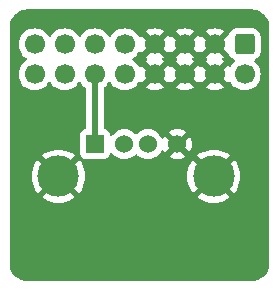
<source format=gbr>
%TF.GenerationSoftware,KiCad,Pcbnew,8.0.5*%
%TF.CreationDate,2024-12-20T11:35:24+13:00*%
%TF.ProjectId,eurorack_to_usb_passive,6575726f-7261-4636-9b5f-746f5f757362,rev?*%
%TF.SameCoordinates,Original*%
%TF.FileFunction,Copper,L1,Top*%
%TF.FilePolarity,Positive*%
%FSLAX46Y46*%
G04 Gerber Fmt 4.6, Leading zero omitted, Abs format (unit mm)*
G04 Created by KiCad (PCBNEW 8.0.5) date 2024-12-20 11:35:24*
%MOMM*%
%LPD*%
G01*
G04 APERTURE LIST*
G04 Aperture macros list*
%AMRoundRect*
0 Rectangle with rounded corners*
0 $1 Rounding radius*
0 $2 $3 $4 $5 $6 $7 $8 $9 X,Y pos of 4 corners*
0 Add a 4 corners polygon primitive as box body*
4,1,4,$2,$3,$4,$5,$6,$7,$8,$9,$2,$3,0*
0 Add four circle primitives for the rounded corners*
1,1,$1+$1,$2,$3*
1,1,$1+$1,$4,$5*
1,1,$1+$1,$6,$7*
1,1,$1+$1,$8,$9*
0 Add four rect primitives between the rounded corners*
20,1,$1+$1,$2,$3,$4,$5,0*
20,1,$1+$1,$4,$5,$6,$7,0*
20,1,$1+$1,$6,$7,$8,$9,0*
20,1,$1+$1,$8,$9,$2,$3,0*%
G04 Aperture macros list end*
%TA.AperFunction,ComponentPad*%
%ADD10R,1.524000X1.524000*%
%TD*%
%TA.AperFunction,ComponentPad*%
%ADD11C,1.524000*%
%TD*%
%TA.AperFunction,ComponentPad*%
%ADD12C,3.500000*%
%TD*%
%TA.AperFunction,ComponentPad*%
%ADD13RoundRect,0.250000X-0.600000X0.600000X-0.600000X-0.600000X0.600000X-0.600000X0.600000X0.600000X0*%
%TD*%
%TA.AperFunction,ComponentPad*%
%ADD14C,1.700000*%
%TD*%
%TA.AperFunction,Conductor*%
%ADD15C,0.500000*%
%TD*%
G04 APERTURE END LIST*
D10*
%TO.P,J2,1,VBUS*%
%TO.N,Net-(J1-Pin_12)*%
X145210000Y-87910000D03*
D11*
%TO.P,J2,2,D-*%
%TO.N,unconnected-(J2-D--Pad2)*%
X147710000Y-87910000D03*
%TO.P,J2,3,D+*%
%TO.N,unconnected-(J2-D+-Pad3)*%
X149710000Y-87910000D03*
%TO.P,J2,4,GND*%
%TO.N,GND*%
X152210000Y-87910000D03*
D12*
%TO.P,J2,5,Shield*%
X142140000Y-90620000D03*
X155280000Y-90620000D03*
%TD*%
D13*
%TO.P,J1,1,Pin_1*%
%TO.N,unconnected-(J1-Pin_1-Pad1)*%
X157900000Y-79450000D03*
D14*
%TO.P,J1,2,Pin_2*%
%TO.N,unconnected-(J1-Pin_2-Pad2)*%
X157900000Y-81990000D03*
%TO.P,J1,3,Pin_3*%
%TO.N,GND*%
X155360000Y-79450000D03*
%TO.P,J1,4,Pin_4*%
X155360000Y-81990000D03*
%TO.P,J1,5,Pin_5*%
X152820000Y-79450000D03*
%TO.P,J1,6,Pin_6*%
X152820000Y-81990000D03*
%TO.P,J1,7,Pin_7*%
X150280000Y-79450000D03*
%TO.P,J1,8,Pin_8*%
X150280000Y-81990000D03*
%TO.P,J1,9,Pin_9*%
%TO.N,unconnected-(J1-Pin_9-Pad9)*%
X147740000Y-79450000D03*
%TO.P,J1,10,Pin_10*%
%TO.N,unconnected-(J1-Pin_10-Pad10)*%
X147740000Y-81990000D03*
%TO.P,J1,11,Pin_11*%
%TO.N,unconnected-(J1-Pin_11-Pad11)*%
X145200000Y-79450000D03*
%TO.P,J1,12,Pin_12*%
%TO.N,Net-(J1-Pin_12)*%
X145200000Y-81990000D03*
%TO.P,J1,13,Pin_13*%
%TO.N,unconnected-(J1-Pin_13-Pad13)*%
X142660000Y-79450000D03*
%TO.P,J1,14,Pin_14*%
%TO.N,unconnected-(J1-Pin_14-Pad14)*%
X142660000Y-81990000D03*
%TO.P,J1,15,Pin_15*%
%TO.N,unconnected-(J1-Pin_15-Pad15)*%
X140120000Y-79450000D03*
%TO.P,J1,16,Pin_16*%
%TO.N,unconnected-(J1-Pin_16-Pad16)*%
X140120000Y-81990000D03*
%TD*%
D15*
%TO.N,Net-(J1-Pin_12)*%
X145200000Y-81990000D02*
X145200000Y-87900000D01*
X145200000Y-87900000D02*
X145210000Y-87910000D01*
%TD*%
%TA.AperFunction,Conductor*%
%TO.N,GND*%
G36*
X149814075Y-79642993D02*
G01*
X149879901Y-79757007D01*
X149972993Y-79850099D01*
X150087007Y-79915925D01*
X150150590Y-79932962D01*
X149518625Y-80564925D01*
X149595031Y-80618425D01*
X149638655Y-80673002D01*
X149645848Y-80742501D01*
X149614326Y-80804855D01*
X149595029Y-80821576D01*
X149518625Y-80875072D01*
X150150590Y-81507037D01*
X150087007Y-81524075D01*
X149972993Y-81589901D01*
X149879901Y-81682993D01*
X149814075Y-81797007D01*
X149797037Y-81860590D01*
X149165073Y-81228626D01*
X149111881Y-81304594D01*
X149057304Y-81348219D01*
X148987806Y-81355413D01*
X148925451Y-81323891D01*
X148908730Y-81304594D01*
X148778494Y-81118597D01*
X148611402Y-80951506D01*
X148611396Y-80951501D01*
X148425842Y-80821575D01*
X148382217Y-80766998D01*
X148375023Y-80697500D01*
X148406546Y-80635145D01*
X148425842Y-80618425D01*
X148568325Y-80518657D01*
X148611401Y-80488495D01*
X148778495Y-80321401D01*
X148908732Y-80135403D01*
X148963307Y-80091780D01*
X149032805Y-80084586D01*
X149095160Y-80116109D01*
X149111880Y-80135405D01*
X149165073Y-80211373D01*
X149797037Y-79579409D01*
X149814075Y-79642993D01*
G37*
%TD.AperFunction*%
%TA.AperFunction,Conductor*%
G36*
X152354075Y-79642993D02*
G01*
X152419901Y-79757007D01*
X152512993Y-79850099D01*
X152627007Y-79915925D01*
X152690590Y-79932962D01*
X152058625Y-80564925D01*
X152135031Y-80618425D01*
X152178655Y-80673002D01*
X152185848Y-80742501D01*
X152154326Y-80804855D01*
X152135029Y-80821576D01*
X152058625Y-80875072D01*
X152690590Y-81507037D01*
X152627007Y-81524075D01*
X152512993Y-81589901D01*
X152419901Y-81682993D01*
X152354075Y-81797007D01*
X152337037Y-81860590D01*
X151705072Y-81228625D01*
X151705072Y-81228626D01*
X151651574Y-81305030D01*
X151596998Y-81348655D01*
X151527499Y-81355849D01*
X151465144Y-81324326D01*
X151448424Y-81305030D01*
X151394925Y-81228626D01*
X151394925Y-81228625D01*
X150762962Y-81860589D01*
X150745925Y-81797007D01*
X150680099Y-81682993D01*
X150587007Y-81589901D01*
X150472993Y-81524075D01*
X150409410Y-81507037D01*
X151041373Y-80875073D01*
X150964969Y-80821576D01*
X150921344Y-80766999D01*
X150914150Y-80697501D01*
X150945672Y-80635146D01*
X150964968Y-80618425D01*
X151041373Y-80564925D01*
X150409409Y-79932962D01*
X150472993Y-79915925D01*
X150587007Y-79850099D01*
X150680099Y-79757007D01*
X150745925Y-79642993D01*
X150762962Y-79579410D01*
X151394925Y-80211373D01*
X151448425Y-80134968D01*
X151503002Y-80091344D01*
X151572501Y-80084151D01*
X151634855Y-80115673D01*
X151651576Y-80134969D01*
X151705073Y-80211372D01*
X152337037Y-79579409D01*
X152354075Y-79642993D01*
G37*
%TD.AperFunction*%
%TA.AperFunction,Conductor*%
G36*
X154894075Y-79642993D02*
G01*
X154959901Y-79757007D01*
X155052993Y-79850099D01*
X155167007Y-79915925D01*
X155230590Y-79932962D01*
X154598625Y-80564925D01*
X154675031Y-80618425D01*
X154718655Y-80673002D01*
X154725848Y-80742501D01*
X154694326Y-80804855D01*
X154675029Y-80821576D01*
X154598625Y-80875072D01*
X155230590Y-81507037D01*
X155167007Y-81524075D01*
X155052993Y-81589901D01*
X154959901Y-81682993D01*
X154894075Y-81797007D01*
X154877037Y-81860589D01*
X154245073Y-81228625D01*
X154245072Y-81228626D01*
X154191574Y-81305030D01*
X154136998Y-81348655D01*
X154067499Y-81355849D01*
X154005144Y-81324326D01*
X153988424Y-81305030D01*
X153934925Y-81228626D01*
X153934925Y-81228625D01*
X153302962Y-81860589D01*
X153285925Y-81797007D01*
X153220099Y-81682993D01*
X153127007Y-81589901D01*
X153012993Y-81524075D01*
X152949410Y-81507037D01*
X153581373Y-80875073D01*
X153504969Y-80821576D01*
X153461344Y-80766999D01*
X153454150Y-80697501D01*
X153485672Y-80635146D01*
X153504968Y-80618425D01*
X153581373Y-80564925D01*
X152949409Y-79932962D01*
X153012993Y-79915925D01*
X153127007Y-79850099D01*
X153220099Y-79757007D01*
X153285925Y-79642993D01*
X153302962Y-79579410D01*
X153934925Y-80211373D01*
X153988425Y-80134968D01*
X154043002Y-80091344D01*
X154112501Y-80084151D01*
X154174855Y-80115673D01*
X154191576Y-80134969D01*
X154245073Y-80211372D01*
X154877037Y-79579409D01*
X154894075Y-79642993D01*
G37*
%TD.AperFunction*%
%TA.AperFunction,Conductor*%
G36*
X156479341Y-80215789D02*
G01*
X156531191Y-80226209D01*
X156581375Y-80274823D01*
X156591205Y-80296966D01*
X156615186Y-80369334D01*
X156707288Y-80518656D01*
X156831344Y-80642712D01*
X156980666Y-80734814D01*
X156989264Y-80737663D01*
X157046707Y-80777433D01*
X157073531Y-80841948D01*
X157061217Y-80910724D01*
X157032234Y-80947483D01*
X157032427Y-80947676D01*
X157030798Y-80949304D01*
X157029975Y-80950349D01*
X157028599Y-80951503D01*
X156861505Y-81118597D01*
X156731269Y-81304595D01*
X156676692Y-81348220D01*
X156607194Y-81355414D01*
X156544839Y-81323891D01*
X156528119Y-81304595D01*
X156474925Y-81228626D01*
X156474925Y-81228625D01*
X155842962Y-81860589D01*
X155825925Y-81797007D01*
X155760099Y-81682993D01*
X155667007Y-81589901D01*
X155552993Y-81524075D01*
X155489410Y-81507037D01*
X156121373Y-80875073D01*
X156044969Y-80821576D01*
X156001344Y-80766999D01*
X155994150Y-80697501D01*
X156025672Y-80635146D01*
X156044968Y-80618425D01*
X156121373Y-80564925D01*
X155489409Y-79932962D01*
X155552993Y-79915925D01*
X155667007Y-79850099D01*
X155760099Y-79757007D01*
X155825925Y-79642993D01*
X155842962Y-79579409D01*
X156479341Y-80215789D01*
G37*
%TD.AperFunction*%
%TA.AperFunction,Conductor*%
G36*
X158504418Y-76500816D02*
G01*
X158704561Y-76515130D01*
X158722063Y-76517647D01*
X158913797Y-76559355D01*
X158930755Y-76564334D01*
X159114609Y-76632909D01*
X159130701Y-76640259D01*
X159302904Y-76734288D01*
X159317784Y-76743849D01*
X159474867Y-76861441D01*
X159488237Y-76873027D01*
X159626972Y-77011762D01*
X159638558Y-77025132D01*
X159756146Y-77182210D01*
X159765711Y-77197095D01*
X159859740Y-77369298D01*
X159867090Y-77385390D01*
X159935662Y-77569236D01*
X159940646Y-77586212D01*
X159982351Y-77777931D01*
X159984869Y-77795442D01*
X159999184Y-77995580D01*
X159999500Y-78004427D01*
X159999500Y-97995572D01*
X159999184Y-98004419D01*
X159984869Y-98204557D01*
X159982351Y-98222068D01*
X159940646Y-98413787D01*
X159935662Y-98430763D01*
X159867090Y-98614609D01*
X159859740Y-98630701D01*
X159765711Y-98802904D01*
X159756146Y-98817789D01*
X159638558Y-98974867D01*
X159626972Y-98988237D01*
X159488237Y-99126972D01*
X159474867Y-99138558D01*
X159317789Y-99256146D01*
X159302904Y-99265711D01*
X159130701Y-99359740D01*
X159114609Y-99367090D01*
X158930763Y-99435662D01*
X158913787Y-99440646D01*
X158722068Y-99482351D01*
X158704557Y-99484869D01*
X158523779Y-99497799D01*
X158504417Y-99499184D01*
X158495572Y-99499500D01*
X139504428Y-99499500D01*
X139495582Y-99499184D01*
X139473622Y-99497613D01*
X139295442Y-99484869D01*
X139277931Y-99482351D01*
X139086212Y-99440646D01*
X139069236Y-99435662D01*
X138885390Y-99367090D01*
X138869298Y-99359740D01*
X138697095Y-99265711D01*
X138682210Y-99256146D01*
X138525132Y-99138558D01*
X138511762Y-99126972D01*
X138373027Y-98988237D01*
X138361441Y-98974867D01*
X138243849Y-98817784D01*
X138234288Y-98802904D01*
X138140259Y-98630701D01*
X138132909Y-98614609D01*
X138072091Y-98451551D01*
X138064334Y-98430755D01*
X138059355Y-98413797D01*
X138017647Y-98222063D01*
X138015130Y-98204556D01*
X138000816Y-98004418D01*
X138000500Y-97995572D01*
X138000500Y-90620000D01*
X139885172Y-90620000D01*
X139904462Y-90914312D01*
X139904464Y-90914324D01*
X139962001Y-91203584D01*
X139962005Y-91203599D01*
X140056812Y-91482888D01*
X140187258Y-91747406D01*
X140187265Y-91747419D01*
X140351123Y-91992649D01*
X140380405Y-92026040D01*
X141167912Y-91238532D01*
X141262829Y-91369175D01*
X141390825Y-91497171D01*
X141521465Y-91592086D01*
X140733958Y-92379593D01*
X140767350Y-92408876D01*
X141012580Y-92572734D01*
X141012593Y-92572741D01*
X141277111Y-92703187D01*
X141556400Y-92797994D01*
X141556415Y-92797998D01*
X141845675Y-92855535D01*
X141845687Y-92855537D01*
X142140000Y-92874827D01*
X142434312Y-92855537D01*
X142434324Y-92855535D01*
X142723584Y-92797998D01*
X142723599Y-92797994D01*
X143002888Y-92703187D01*
X143267406Y-92572741D01*
X143267419Y-92572734D01*
X143512648Y-92408877D01*
X143546039Y-92379593D01*
X142758533Y-91592086D01*
X142889175Y-91497171D01*
X143017171Y-91369175D01*
X143112086Y-91238533D01*
X143899593Y-92026039D01*
X143928877Y-91992648D01*
X144092734Y-91747419D01*
X144092741Y-91747406D01*
X144223187Y-91482888D01*
X144317994Y-91203599D01*
X144317998Y-91203584D01*
X144375535Y-90914324D01*
X144375537Y-90914312D01*
X144394827Y-90620000D01*
X153025172Y-90620000D01*
X153044462Y-90914312D01*
X153044464Y-90914324D01*
X153102001Y-91203584D01*
X153102005Y-91203599D01*
X153196812Y-91482888D01*
X153327258Y-91747406D01*
X153327265Y-91747419D01*
X153491123Y-91992649D01*
X153520405Y-92026040D01*
X154307912Y-91238532D01*
X154402829Y-91369175D01*
X154530825Y-91497171D01*
X154661465Y-91592086D01*
X153873958Y-92379593D01*
X153907350Y-92408876D01*
X154152580Y-92572734D01*
X154152593Y-92572741D01*
X154417111Y-92703187D01*
X154696400Y-92797994D01*
X154696415Y-92797998D01*
X154985675Y-92855535D01*
X154985687Y-92855537D01*
X155280000Y-92874827D01*
X155574312Y-92855537D01*
X155574324Y-92855535D01*
X155863584Y-92797998D01*
X155863599Y-92797994D01*
X156142888Y-92703187D01*
X156407406Y-92572741D01*
X156407419Y-92572734D01*
X156652648Y-92408877D01*
X156686039Y-92379593D01*
X155898533Y-91592086D01*
X156029175Y-91497171D01*
X156157171Y-91369175D01*
X156252086Y-91238533D01*
X157039593Y-92026039D01*
X157068877Y-91992648D01*
X157232734Y-91747419D01*
X157232741Y-91747406D01*
X157363187Y-91482888D01*
X157457994Y-91203599D01*
X157457998Y-91203584D01*
X157515535Y-90914324D01*
X157515537Y-90914312D01*
X157534827Y-90620000D01*
X157515537Y-90325687D01*
X157515535Y-90325675D01*
X157457998Y-90036415D01*
X157457994Y-90036400D01*
X157363187Y-89757111D01*
X157232741Y-89492593D01*
X157232734Y-89492580D01*
X157068876Y-89247350D01*
X157039593Y-89213958D01*
X156252086Y-90001465D01*
X156157171Y-89870825D01*
X156029175Y-89742829D01*
X155898533Y-89647912D01*
X156686040Y-88860405D01*
X156652649Y-88831123D01*
X156407419Y-88667265D01*
X156407406Y-88667258D01*
X156142888Y-88536812D01*
X155863599Y-88442005D01*
X155863584Y-88442001D01*
X155574324Y-88384464D01*
X155574312Y-88384462D01*
X155280000Y-88365172D01*
X154985687Y-88384462D01*
X154985675Y-88384464D01*
X154696415Y-88442001D01*
X154696400Y-88442005D01*
X154417111Y-88536812D01*
X154152593Y-88667258D01*
X154152580Y-88667265D01*
X153907346Y-88831126D01*
X153907339Y-88831131D01*
X153873959Y-88860403D01*
X153873959Y-88860405D01*
X154661466Y-89647912D01*
X154530825Y-89742829D01*
X154402829Y-89870825D01*
X154307913Y-90001466D01*
X153520405Y-89213959D01*
X153520403Y-89213959D01*
X153491131Y-89247339D01*
X153491126Y-89247346D01*
X153327265Y-89492580D01*
X153327258Y-89492593D01*
X153196812Y-89757111D01*
X153102005Y-90036400D01*
X153102001Y-90036415D01*
X153044464Y-90325675D01*
X153044462Y-90325687D01*
X153025172Y-90620000D01*
X144394827Y-90620000D01*
X144375537Y-90325687D01*
X144375535Y-90325675D01*
X144317998Y-90036415D01*
X144317994Y-90036400D01*
X144223187Y-89757111D01*
X144092741Y-89492593D01*
X144092734Y-89492580D01*
X143928876Y-89247350D01*
X143899593Y-89213958D01*
X143112086Y-90001465D01*
X143017171Y-89870825D01*
X142889175Y-89742829D01*
X142758533Y-89647912D01*
X143546040Y-88860405D01*
X143512649Y-88831123D01*
X143267419Y-88667265D01*
X143267406Y-88667258D01*
X143002888Y-88536812D01*
X142723599Y-88442005D01*
X142723584Y-88442001D01*
X142434324Y-88384464D01*
X142434312Y-88384462D01*
X142140000Y-88365172D01*
X141845687Y-88384462D01*
X141845675Y-88384464D01*
X141556415Y-88442001D01*
X141556400Y-88442005D01*
X141277111Y-88536812D01*
X141012593Y-88667258D01*
X141012580Y-88667265D01*
X140767346Y-88831126D01*
X140767339Y-88831131D01*
X140733959Y-88860403D01*
X140733959Y-88860405D01*
X141521466Y-89647912D01*
X141390825Y-89742829D01*
X141262829Y-89870825D01*
X141167913Y-90001466D01*
X140380405Y-89213959D01*
X140380403Y-89213959D01*
X140351131Y-89247339D01*
X140351126Y-89247346D01*
X140187265Y-89492580D01*
X140187258Y-89492593D01*
X140056812Y-89757111D01*
X139962005Y-90036400D01*
X139962001Y-90036415D01*
X139904464Y-90325675D01*
X139904462Y-90325687D01*
X139885172Y-90620000D01*
X138000500Y-90620000D01*
X138000500Y-79449999D01*
X138764341Y-79449999D01*
X138764341Y-79450000D01*
X138784936Y-79685403D01*
X138784938Y-79685413D01*
X138846094Y-79913655D01*
X138846096Y-79913659D01*
X138846097Y-79913663D01*
X138925597Y-80084151D01*
X138945965Y-80127830D01*
X138945967Y-80127834D01*
X139048891Y-80274823D01*
X139081501Y-80321396D01*
X139081506Y-80321402D01*
X139248597Y-80488493D01*
X139248603Y-80488498D01*
X139434158Y-80618425D01*
X139477783Y-80673002D01*
X139484977Y-80742500D01*
X139453454Y-80804855D01*
X139434158Y-80821575D01*
X139248597Y-80951505D01*
X139081505Y-81118597D01*
X138945965Y-81312169D01*
X138945964Y-81312171D01*
X138846098Y-81526335D01*
X138846094Y-81526344D01*
X138784938Y-81754586D01*
X138784936Y-81754596D01*
X138764341Y-81989999D01*
X138764341Y-81990000D01*
X138784936Y-82225403D01*
X138784938Y-82225413D01*
X138846094Y-82453655D01*
X138846096Y-82453659D01*
X138846097Y-82453663D01*
X138925597Y-82624151D01*
X138945965Y-82667830D01*
X138945967Y-82667834D01*
X139004462Y-82751373D01*
X139081505Y-82861401D01*
X139248599Y-83028495D01*
X139316620Y-83076124D01*
X139442165Y-83164032D01*
X139442167Y-83164033D01*
X139442170Y-83164035D01*
X139656337Y-83263903D01*
X139884592Y-83325063D01*
X140072918Y-83341539D01*
X140119999Y-83345659D01*
X140120000Y-83345659D01*
X140120001Y-83345659D01*
X140159234Y-83342226D01*
X140355408Y-83325063D01*
X140583663Y-83263903D01*
X140797830Y-83164035D01*
X140991401Y-83028495D01*
X141158495Y-82861401D01*
X141288425Y-82675842D01*
X141343002Y-82632217D01*
X141412500Y-82625023D01*
X141474855Y-82656546D01*
X141491575Y-82675842D01*
X141621500Y-82861395D01*
X141621505Y-82861401D01*
X141788599Y-83028495D01*
X141856620Y-83076124D01*
X141982165Y-83164032D01*
X141982167Y-83164033D01*
X141982170Y-83164035D01*
X142196337Y-83263903D01*
X142424592Y-83325063D01*
X142612918Y-83341539D01*
X142659999Y-83345659D01*
X142660000Y-83345659D01*
X142660001Y-83345659D01*
X142699234Y-83342226D01*
X142895408Y-83325063D01*
X143123663Y-83263903D01*
X143337830Y-83164035D01*
X143531401Y-83028495D01*
X143698495Y-82861401D01*
X143828425Y-82675842D01*
X143883002Y-82632217D01*
X143952500Y-82625023D01*
X144014855Y-82656546D01*
X144031575Y-82675842D01*
X144161501Y-82861396D01*
X144161506Y-82861402D01*
X144328595Y-83028492D01*
X144328598Y-83028494D01*
X144328599Y-83028495D01*
X144396623Y-83076125D01*
X144440248Y-83130701D01*
X144449500Y-83177700D01*
X144449500Y-86530808D01*
X144429815Y-86597847D01*
X144377011Y-86643602D01*
X144347939Y-86651579D01*
X144348068Y-86652124D01*
X144340520Y-86653907D01*
X144205671Y-86704202D01*
X144205664Y-86704206D01*
X144090455Y-86790452D01*
X144090452Y-86790455D01*
X144004206Y-86905664D01*
X144004202Y-86905671D01*
X143953908Y-87040517D01*
X143947501Y-87100116D01*
X143947500Y-87100135D01*
X143947500Y-88719870D01*
X143947501Y-88719876D01*
X143953908Y-88779483D01*
X144004202Y-88914328D01*
X144004206Y-88914335D01*
X144090452Y-89029544D01*
X144090455Y-89029547D01*
X144205664Y-89115793D01*
X144205671Y-89115797D01*
X144340517Y-89166091D01*
X144340516Y-89166091D01*
X144347444Y-89166835D01*
X144400127Y-89172500D01*
X146019872Y-89172499D01*
X146079483Y-89166091D01*
X146214331Y-89115796D01*
X146329546Y-89029546D01*
X146415796Y-88914331D01*
X146466091Y-88779483D01*
X146472229Y-88722386D01*
X146498966Y-88657839D01*
X146556358Y-88617991D01*
X146626183Y-88615497D01*
X146686272Y-88651149D01*
X146697093Y-88664522D01*
X146739170Y-88724615D01*
X146739175Y-88724621D01*
X146895378Y-88880824D01*
X146895384Y-88880829D01*
X147076333Y-89007531D01*
X147076335Y-89007532D01*
X147076338Y-89007534D01*
X147276550Y-89100894D01*
X147489932Y-89158070D01*
X147647123Y-89171822D01*
X147709998Y-89177323D01*
X147710000Y-89177323D01*
X147710002Y-89177323D01*
X147765151Y-89172498D01*
X147930068Y-89158070D01*
X148143450Y-89100894D01*
X148343662Y-89007534D01*
X148524620Y-88880826D01*
X148622319Y-88783127D01*
X148683642Y-88749642D01*
X148753334Y-88754626D01*
X148797681Y-88783127D01*
X148895378Y-88880824D01*
X148895384Y-88880829D01*
X149076333Y-89007531D01*
X149076335Y-89007532D01*
X149076338Y-89007534D01*
X149276550Y-89100894D01*
X149489932Y-89158070D01*
X149647123Y-89171822D01*
X149709998Y-89177323D01*
X149710000Y-89177323D01*
X149710002Y-89177323D01*
X149765151Y-89172498D01*
X149930068Y-89158070D01*
X150143450Y-89100894D01*
X150343662Y-89007534D01*
X150524620Y-88880826D01*
X150680826Y-88724620D01*
X150807534Y-88543662D01*
X150847894Y-88457108D01*
X150894066Y-88404669D01*
X150961259Y-88385517D01*
X151028140Y-88405732D01*
X151072658Y-88457109D01*
X151112898Y-88543405D01*
X151112901Y-88543411D01*
X151158258Y-88608187D01*
X151158259Y-88608188D01*
X151759697Y-88006749D01*
X151781349Y-88087553D01*
X151841909Y-88192446D01*
X151927554Y-88278091D01*
X152032447Y-88338651D01*
X152113249Y-88360302D01*
X151511810Y-88961740D01*
X151576590Y-89007099D01*
X151576592Y-89007100D01*
X151776715Y-89100419D01*
X151776729Y-89100424D01*
X151990013Y-89157573D01*
X151990023Y-89157575D01*
X152209999Y-89176821D01*
X152210001Y-89176821D01*
X152429976Y-89157575D01*
X152429986Y-89157573D01*
X152643270Y-89100424D01*
X152643284Y-89100419D01*
X152843407Y-89007100D01*
X152843417Y-89007094D01*
X152908188Y-88961741D01*
X152306750Y-88360302D01*
X152387553Y-88338651D01*
X152492446Y-88278091D01*
X152578091Y-88192446D01*
X152638651Y-88087553D01*
X152660302Y-88006749D01*
X153261741Y-88608188D01*
X153307094Y-88543417D01*
X153307100Y-88543407D01*
X153400419Y-88343284D01*
X153400424Y-88343270D01*
X153457573Y-88129986D01*
X153457575Y-88129976D01*
X153476821Y-87910000D01*
X153476821Y-87909999D01*
X153457575Y-87690023D01*
X153457573Y-87690013D01*
X153400424Y-87476729D01*
X153400420Y-87476720D01*
X153307096Y-87276586D01*
X153261741Y-87211811D01*
X153261740Y-87211810D01*
X152660302Y-87813249D01*
X152638651Y-87732447D01*
X152578091Y-87627554D01*
X152492446Y-87541909D01*
X152387553Y-87481349D01*
X152306750Y-87459697D01*
X152908188Y-86858259D01*
X152908187Y-86858258D01*
X152843411Y-86812901D01*
X152843405Y-86812898D01*
X152643284Y-86719580D01*
X152643270Y-86719575D01*
X152429986Y-86662426D01*
X152429976Y-86662424D01*
X152210001Y-86643179D01*
X152209999Y-86643179D01*
X151990023Y-86662424D01*
X151990013Y-86662426D01*
X151776729Y-86719575D01*
X151776720Y-86719579D01*
X151576590Y-86812901D01*
X151511811Y-86858258D01*
X152113250Y-87459697D01*
X152032447Y-87481349D01*
X151927554Y-87541909D01*
X151841909Y-87627554D01*
X151781349Y-87732447D01*
X151759697Y-87813249D01*
X151158258Y-87211811D01*
X151112901Y-87276590D01*
X151072658Y-87362891D01*
X151026485Y-87415330D01*
X150959292Y-87434482D01*
X150892411Y-87414266D01*
X150847894Y-87362891D01*
X150807534Y-87276340D01*
X150807533Y-87276338D01*
X150680827Y-87095381D01*
X150622318Y-87036872D01*
X150524620Y-86939174D01*
X150524616Y-86939171D01*
X150524615Y-86939170D01*
X150343666Y-86812468D01*
X150343662Y-86812466D01*
X150296457Y-86790454D01*
X150143450Y-86719106D01*
X150143447Y-86719105D01*
X150143445Y-86719104D01*
X149930070Y-86661930D01*
X149930062Y-86661929D01*
X149710002Y-86642677D01*
X149709998Y-86642677D01*
X149489937Y-86661929D01*
X149489929Y-86661930D01*
X149276554Y-86719104D01*
X149276548Y-86719107D01*
X149076340Y-86812465D01*
X149076338Y-86812466D01*
X148895381Y-86939172D01*
X148797680Y-87036873D01*
X148736356Y-87070357D01*
X148666665Y-87065373D01*
X148622318Y-87036872D01*
X148524621Y-86939175D01*
X148524615Y-86939170D01*
X148343666Y-86812468D01*
X148343662Y-86812466D01*
X148296457Y-86790454D01*
X148143450Y-86719106D01*
X148143447Y-86719105D01*
X148143445Y-86719104D01*
X147930070Y-86661930D01*
X147930062Y-86661929D01*
X147710002Y-86642677D01*
X147709998Y-86642677D01*
X147489937Y-86661929D01*
X147489929Y-86661930D01*
X147276554Y-86719104D01*
X147276548Y-86719107D01*
X147076340Y-86812465D01*
X147076338Y-86812466D01*
X146895377Y-86939175D01*
X146739177Y-87095375D01*
X146697093Y-87155478D01*
X146642516Y-87199102D01*
X146573017Y-87206295D01*
X146510663Y-87174773D01*
X146475249Y-87114543D01*
X146472228Y-87097607D01*
X146466091Y-87040516D01*
X146415797Y-86905671D01*
X146415793Y-86905664D01*
X146329547Y-86790455D01*
X146329544Y-86790452D01*
X146214335Y-86704206D01*
X146214328Y-86704202D01*
X146079483Y-86653909D01*
X146061240Y-86651947D01*
X145996690Y-86625207D01*
X145956844Y-86567813D01*
X145950500Y-86528658D01*
X145950500Y-83177700D01*
X145970185Y-83110661D01*
X146003375Y-83076126D01*
X146071401Y-83028495D01*
X146238495Y-82861401D01*
X146368425Y-82675842D01*
X146423002Y-82632217D01*
X146492500Y-82625023D01*
X146554855Y-82656546D01*
X146571575Y-82675842D01*
X146701500Y-82861395D01*
X146701505Y-82861401D01*
X146868599Y-83028495D01*
X146936620Y-83076124D01*
X147062165Y-83164032D01*
X147062167Y-83164033D01*
X147062170Y-83164035D01*
X147276337Y-83263903D01*
X147504592Y-83325063D01*
X147692918Y-83341539D01*
X147739999Y-83345659D01*
X147740000Y-83345659D01*
X147740001Y-83345659D01*
X147779234Y-83342226D01*
X147975408Y-83325063D01*
X148203663Y-83263903D01*
X148417830Y-83164035D01*
X148611401Y-83028495D01*
X148778495Y-82861401D01*
X148908732Y-82675403D01*
X148963307Y-82631780D01*
X149032805Y-82624586D01*
X149095160Y-82656109D01*
X149111880Y-82675405D01*
X149165073Y-82751373D01*
X149797037Y-82119409D01*
X149814075Y-82182993D01*
X149879901Y-82297007D01*
X149972993Y-82390099D01*
X150087007Y-82455925D01*
X150150590Y-82472962D01*
X149518625Y-83104925D01*
X149602421Y-83163599D01*
X149816507Y-83263429D01*
X149816516Y-83263433D01*
X150044673Y-83324567D01*
X150044684Y-83324569D01*
X150279998Y-83345157D01*
X150280002Y-83345157D01*
X150515315Y-83324569D01*
X150515326Y-83324567D01*
X150743483Y-83263433D01*
X150743492Y-83263429D01*
X150957578Y-83163600D01*
X150957582Y-83163598D01*
X151041373Y-83104926D01*
X151041373Y-83104925D01*
X150409409Y-82472962D01*
X150472993Y-82455925D01*
X150587007Y-82390099D01*
X150680099Y-82297007D01*
X150745925Y-82182993D01*
X150762962Y-82119410D01*
X151394925Y-82751373D01*
X151448425Y-82674968D01*
X151503002Y-82631344D01*
X151572501Y-82624151D01*
X151634855Y-82655673D01*
X151651576Y-82674969D01*
X151705073Y-82751372D01*
X152337037Y-82119409D01*
X152354075Y-82182993D01*
X152419901Y-82297007D01*
X152512993Y-82390099D01*
X152627007Y-82455925D01*
X152690590Y-82472962D01*
X152058625Y-83104925D01*
X152142421Y-83163599D01*
X152356507Y-83263429D01*
X152356516Y-83263433D01*
X152584673Y-83324567D01*
X152584684Y-83324569D01*
X152819998Y-83345157D01*
X152820002Y-83345157D01*
X153055315Y-83324569D01*
X153055326Y-83324567D01*
X153283483Y-83263433D01*
X153283492Y-83263429D01*
X153497578Y-83163600D01*
X153497582Y-83163598D01*
X153581373Y-83104926D01*
X153581373Y-83104925D01*
X152949409Y-82472962D01*
X153012993Y-82455925D01*
X153127007Y-82390099D01*
X153220099Y-82297007D01*
X153285925Y-82182993D01*
X153302962Y-82119410D01*
X153934925Y-82751373D01*
X153988425Y-82674968D01*
X154043002Y-82631344D01*
X154112501Y-82624151D01*
X154174855Y-82655673D01*
X154191576Y-82674969D01*
X154245073Y-82751372D01*
X154877037Y-82119409D01*
X154894075Y-82182993D01*
X154959901Y-82297007D01*
X155052993Y-82390099D01*
X155167007Y-82455925D01*
X155230590Y-82472962D01*
X154598625Y-83104925D01*
X154682421Y-83163599D01*
X154896507Y-83263429D01*
X154896516Y-83263433D01*
X155124673Y-83324567D01*
X155124684Y-83324569D01*
X155359998Y-83345157D01*
X155360002Y-83345157D01*
X155595315Y-83324569D01*
X155595326Y-83324567D01*
X155823483Y-83263433D01*
X155823492Y-83263429D01*
X156037578Y-83163600D01*
X156037582Y-83163598D01*
X156121373Y-83104926D01*
X156121373Y-83104925D01*
X155489409Y-82472962D01*
X155552993Y-82455925D01*
X155667007Y-82390099D01*
X155760099Y-82297007D01*
X155825925Y-82182993D01*
X155842962Y-82119409D01*
X156474925Y-82751373D01*
X156528119Y-82675405D01*
X156582696Y-82631781D01*
X156652195Y-82624588D01*
X156714549Y-82656110D01*
X156731269Y-82675405D01*
X156861505Y-82861401D01*
X157028599Y-83028495D01*
X157096620Y-83076124D01*
X157222165Y-83164032D01*
X157222167Y-83164033D01*
X157222170Y-83164035D01*
X157436337Y-83263903D01*
X157664592Y-83325063D01*
X157852918Y-83341539D01*
X157899999Y-83345659D01*
X157900000Y-83345659D01*
X157900001Y-83345659D01*
X157939234Y-83342226D01*
X158135408Y-83325063D01*
X158363663Y-83263903D01*
X158577830Y-83164035D01*
X158771401Y-83028495D01*
X158938495Y-82861401D01*
X159074035Y-82667830D01*
X159173903Y-82453663D01*
X159235063Y-82225408D01*
X159255659Y-81990000D01*
X159235063Y-81754592D01*
X159173903Y-81526337D01*
X159074035Y-81312171D01*
X159068731Y-81304595D01*
X158938494Y-81118597D01*
X158771398Y-80951501D01*
X158770030Y-80950354D01*
X158769592Y-80949696D01*
X158767573Y-80947677D01*
X158767978Y-80947271D01*
X158731330Y-80892182D01*
X158730224Y-80822321D01*
X158767063Y-80762952D01*
X158810737Y-80737662D01*
X158819334Y-80734814D01*
X158968656Y-80642712D01*
X159092712Y-80518656D01*
X159184814Y-80369334D01*
X159239999Y-80202797D01*
X159250500Y-80100009D01*
X159250499Y-78799992D01*
X159239999Y-78697203D01*
X159184814Y-78530666D01*
X159092712Y-78381344D01*
X158968656Y-78257288D01*
X158837784Y-78176566D01*
X158819336Y-78165187D01*
X158819331Y-78165185D01*
X158817862Y-78164698D01*
X158652797Y-78110001D01*
X158652795Y-78110000D01*
X158550010Y-78099500D01*
X157249998Y-78099500D01*
X157249981Y-78099501D01*
X157147203Y-78110000D01*
X157147200Y-78110001D01*
X156980668Y-78165185D01*
X156980663Y-78165187D01*
X156831342Y-78257289D01*
X156707289Y-78381342D01*
X156615187Y-78530663D01*
X156615182Y-78530674D01*
X156591205Y-78603032D01*
X156551432Y-78660477D01*
X156486916Y-78687299D01*
X156476138Y-78687412D01*
X155842962Y-79320589D01*
X155825925Y-79257007D01*
X155760099Y-79142993D01*
X155667007Y-79049901D01*
X155552993Y-78984075D01*
X155489410Y-78967037D01*
X156121373Y-78335073D01*
X156121373Y-78335072D01*
X156037583Y-78276402D01*
X156037579Y-78276400D01*
X155823492Y-78176570D01*
X155823483Y-78176566D01*
X155595326Y-78115432D01*
X155595315Y-78115430D01*
X155360002Y-78094843D01*
X155359998Y-78094843D01*
X155124684Y-78115430D01*
X155124673Y-78115432D01*
X154896516Y-78176566D01*
X154896507Y-78176570D01*
X154682419Y-78276401D01*
X154598625Y-78335072D01*
X155230590Y-78967037D01*
X155167007Y-78984075D01*
X155052993Y-79049901D01*
X154959901Y-79142993D01*
X154894075Y-79257007D01*
X154877037Y-79320589D01*
X154245073Y-78688625D01*
X154245072Y-78688626D01*
X154191574Y-78765030D01*
X154136998Y-78808655D01*
X154067499Y-78815849D01*
X154005144Y-78784326D01*
X153988424Y-78765030D01*
X153934925Y-78688626D01*
X153934925Y-78688625D01*
X153302962Y-79320589D01*
X153285925Y-79257007D01*
X153220099Y-79142993D01*
X153127007Y-79049901D01*
X153012993Y-78984075D01*
X152949410Y-78967037D01*
X153581373Y-78335073D01*
X153581373Y-78335072D01*
X153497583Y-78276402D01*
X153497579Y-78276400D01*
X153283492Y-78176570D01*
X153283483Y-78176566D01*
X153055326Y-78115432D01*
X153055315Y-78115430D01*
X152820002Y-78094843D01*
X152819998Y-78094843D01*
X152584684Y-78115430D01*
X152584673Y-78115432D01*
X152356516Y-78176566D01*
X152356507Y-78176570D01*
X152142419Y-78276401D01*
X152058625Y-78335072D01*
X152690590Y-78967037D01*
X152627007Y-78984075D01*
X152512993Y-79049901D01*
X152419901Y-79142993D01*
X152354075Y-79257007D01*
X152337037Y-79320590D01*
X151705072Y-78688625D01*
X151705072Y-78688626D01*
X151651574Y-78765030D01*
X151596998Y-78808655D01*
X151527499Y-78815849D01*
X151465144Y-78784326D01*
X151448424Y-78765030D01*
X151394925Y-78688626D01*
X151394925Y-78688625D01*
X150762962Y-79320589D01*
X150745925Y-79257007D01*
X150680099Y-79142993D01*
X150587007Y-79049901D01*
X150472993Y-78984075D01*
X150409410Y-78967037D01*
X151041373Y-78335073D01*
X151041373Y-78335072D01*
X150957583Y-78276402D01*
X150957579Y-78276400D01*
X150743492Y-78176570D01*
X150743483Y-78176566D01*
X150515326Y-78115432D01*
X150515315Y-78115430D01*
X150280002Y-78094843D01*
X150279998Y-78094843D01*
X150044684Y-78115430D01*
X150044673Y-78115432D01*
X149816516Y-78176566D01*
X149816507Y-78176570D01*
X149602419Y-78276401D01*
X149518625Y-78335072D01*
X150150590Y-78967037D01*
X150087007Y-78984075D01*
X149972993Y-79049901D01*
X149879901Y-79142993D01*
X149814075Y-79257007D01*
X149797037Y-79320590D01*
X149165073Y-78688626D01*
X149111881Y-78764594D01*
X149057304Y-78808219D01*
X148987806Y-78815413D01*
X148925451Y-78783891D01*
X148908730Y-78764594D01*
X148778494Y-78578597D01*
X148611402Y-78411506D01*
X148611395Y-78411501D01*
X148417834Y-78275967D01*
X148417830Y-78275965D01*
X148377777Y-78257288D01*
X148203663Y-78176097D01*
X148203659Y-78176096D01*
X148203655Y-78176094D01*
X147975413Y-78114938D01*
X147975403Y-78114936D01*
X147740001Y-78094341D01*
X147739999Y-78094341D01*
X147504596Y-78114936D01*
X147504586Y-78114938D01*
X147276344Y-78176094D01*
X147276335Y-78176098D01*
X147062171Y-78275964D01*
X147062169Y-78275965D01*
X146868597Y-78411505D01*
X146701505Y-78578597D01*
X146571575Y-78764158D01*
X146516998Y-78807783D01*
X146447500Y-78814977D01*
X146385145Y-78783454D01*
X146368425Y-78764158D01*
X146238494Y-78578597D01*
X146071402Y-78411506D01*
X146071395Y-78411501D01*
X145877834Y-78275967D01*
X145877830Y-78275965D01*
X145837777Y-78257288D01*
X145663663Y-78176097D01*
X145663659Y-78176096D01*
X145663655Y-78176094D01*
X145435413Y-78114938D01*
X145435403Y-78114936D01*
X145200001Y-78094341D01*
X145199999Y-78094341D01*
X144964596Y-78114936D01*
X144964586Y-78114938D01*
X144736344Y-78176094D01*
X144736335Y-78176098D01*
X144522171Y-78275964D01*
X144522169Y-78275965D01*
X144328597Y-78411505D01*
X144161505Y-78578597D01*
X144031575Y-78764158D01*
X143976998Y-78807783D01*
X143907500Y-78814977D01*
X143845145Y-78783454D01*
X143828425Y-78764158D01*
X143698494Y-78578597D01*
X143531402Y-78411506D01*
X143531395Y-78411501D01*
X143337834Y-78275967D01*
X143337830Y-78275965D01*
X143297777Y-78257288D01*
X143123663Y-78176097D01*
X143123659Y-78176096D01*
X143123655Y-78176094D01*
X142895413Y-78114938D01*
X142895403Y-78114936D01*
X142660001Y-78094341D01*
X142659999Y-78094341D01*
X142424596Y-78114936D01*
X142424586Y-78114938D01*
X142196344Y-78176094D01*
X142196335Y-78176098D01*
X141982171Y-78275964D01*
X141982169Y-78275965D01*
X141788597Y-78411505D01*
X141621505Y-78578597D01*
X141491575Y-78764158D01*
X141436998Y-78807783D01*
X141367500Y-78814977D01*
X141305145Y-78783454D01*
X141288425Y-78764158D01*
X141158494Y-78578597D01*
X140991402Y-78411506D01*
X140991395Y-78411501D01*
X140797834Y-78275967D01*
X140797830Y-78275965D01*
X140757777Y-78257288D01*
X140583663Y-78176097D01*
X140583659Y-78176096D01*
X140583655Y-78176094D01*
X140355413Y-78114938D01*
X140355403Y-78114936D01*
X140120001Y-78094341D01*
X140119999Y-78094341D01*
X139884596Y-78114936D01*
X139884586Y-78114938D01*
X139656344Y-78176094D01*
X139656335Y-78176098D01*
X139442171Y-78275964D01*
X139442169Y-78275965D01*
X139248597Y-78411505D01*
X139081505Y-78578597D01*
X138945965Y-78772169D01*
X138945964Y-78772171D01*
X138846098Y-78986335D01*
X138846094Y-78986344D01*
X138784938Y-79214586D01*
X138784936Y-79214596D01*
X138764341Y-79449999D01*
X138000500Y-79449999D01*
X138000500Y-78004427D01*
X138000816Y-77995581D01*
X138015130Y-77795443D01*
X138015131Y-77795442D01*
X138015130Y-77795436D01*
X138017646Y-77777938D01*
X138059356Y-77586199D01*
X138064333Y-77569248D01*
X138132911Y-77385385D01*
X138140259Y-77369298D01*
X138202815Y-77254734D01*
X138234291Y-77197089D01*
X138243845Y-77182221D01*
X138361448Y-77025123D01*
X138373020Y-77011769D01*
X138511769Y-76873020D01*
X138525123Y-76861448D01*
X138682221Y-76743845D01*
X138697089Y-76734291D01*
X138869298Y-76640258D01*
X138885385Y-76632911D01*
X139069248Y-76564333D01*
X139086199Y-76559356D01*
X139277938Y-76517646D01*
X139295436Y-76515130D01*
X139495582Y-76500816D01*
X139504428Y-76500500D01*
X139565892Y-76500500D01*
X158434108Y-76500500D01*
X158495572Y-76500500D01*
X158504418Y-76500816D01*
G37*
%TD.AperFunction*%
%TD*%
M02*

</source>
